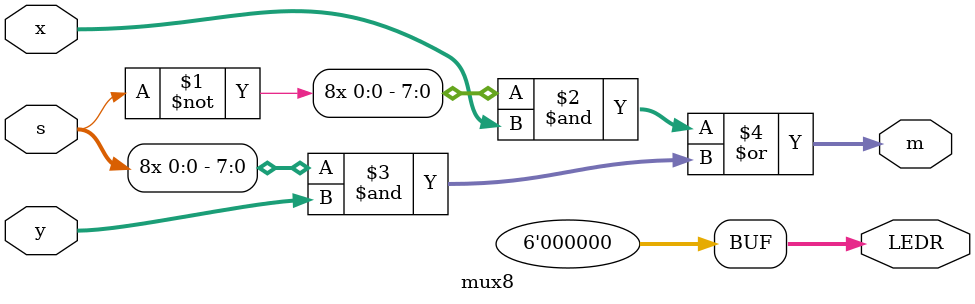
<source format=v>
module mux8(
input wire [7:0] x,								//set x to input for x input
input wire [7:0] y,								//set y to input for y input
input wire s,										//set s to input for selector
output wire [7:0] m,								//set m to output
output [9:4] LEDR									//set LEDR to output for unused LEDs
);

assign LEDR = 6'b000000;						//set unused LEDs to low
assign m = {8{~s}} & x | {8{s}} & y;		//assign the output to x if ~s and y if s

endmodule
</source>
